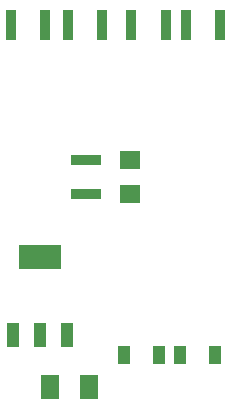
<source format=gbr>
%TF.GenerationSoftware,KiCad,Pcbnew,8.0.9-8.0.9-0~ubuntu24.04.1*%
%TF.CreationDate,2025-09-28T08:38:58-05:00*%
%TF.ProjectId,esp32_doorbot,65737033-325f-4646-9f6f-72626f742e6b,rev?*%
%TF.SameCoordinates,Original*%
%TF.FileFunction,Paste,Top*%
%TF.FilePolarity,Positive*%
%FSLAX46Y46*%
G04 Gerber Fmt 4.6, Leading zero omitted, Abs format (unit mm)*
G04 Created by KiCad (PCBNEW 8.0.9-8.0.9-0~ubuntu24.04.1) date 2025-09-28 08:38:58*
%MOMM*%
%LPD*%
G01*
G04 APERTURE LIST*
%ADD10R,1.000000X1.600000*%
%ADD11R,2.500000X0.900000*%
%ADD12R,1.800860X1.597660*%
%ADD13R,1.524000X2.032000*%
%ADD14R,0.900000X2.500000*%
%ADD15R,1.016000X2.032000*%
%ADD16R,3.657600X2.032000*%
G04 APERTURE END LIST*
D10*
%TO.C,C1*%
X122100000Y-133575000D03*
X119100000Y-133575000D03*
%TD*%
D11*
%TO.C,R1*%
X111200000Y-117050000D03*
X111200000Y-119950000D03*
%TD*%
D12*
%TO.C,D1*%
X114900000Y-117060280D03*
X114900000Y-119900000D03*
%TD*%
D13*
%TO.C,D3*%
X111451000Y-136300000D03*
X108149000Y-136300000D03*
%TD*%
D14*
%TO.C,R4*%
X112500000Y-105600000D03*
X109600000Y-105600000D03*
%TD*%
%TO.C,R5*%
X107700000Y-105600000D03*
X104800000Y-105600000D03*
%TD*%
%TO.C,R6*%
X115000000Y-105600000D03*
X117900000Y-105600000D03*
%TD*%
%TO.C,R7*%
X119600000Y-105600000D03*
X122500000Y-105600000D03*
%TD*%
D15*
%TO.C,Q1*%
X105020001Y-131899001D03*
X107306001Y-131899001D03*
X109592001Y-131899001D03*
D16*
X107306001Y-125295001D03*
%TD*%
D10*
%TO.C,C2*%
X114350000Y-133575000D03*
X117350000Y-133575000D03*
%TD*%
M02*

</source>
